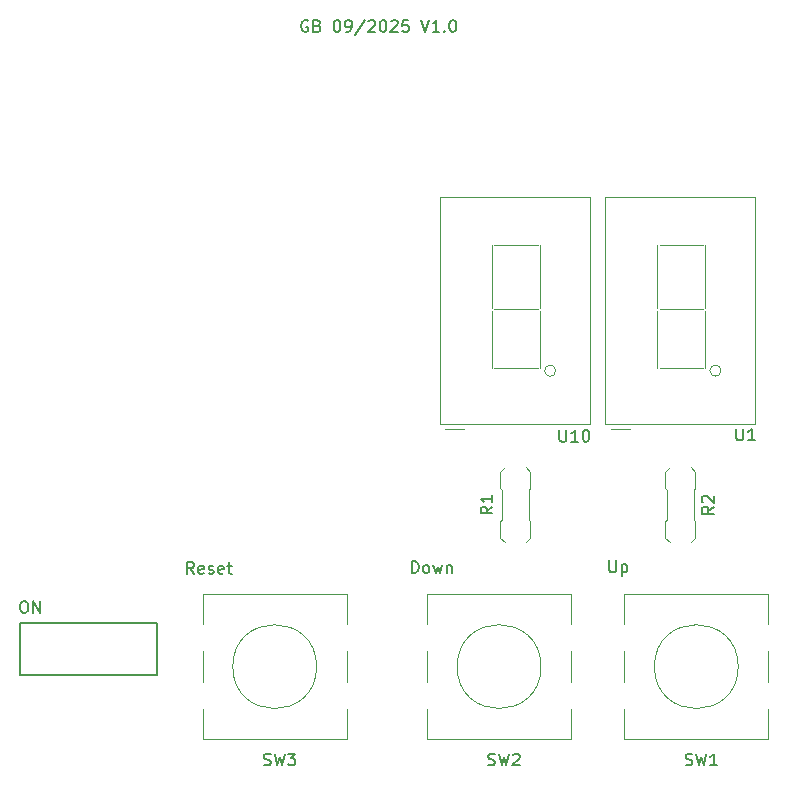
<source format=gbr>
%TF.GenerationSoftware,KiCad,Pcbnew,9.0.4*%
%TF.CreationDate,2025-11-18T21:20:37+01:00*%
%TF.ProjectId,Z_hler,5ae4686c-6572-42e6-9b69-6361645f7063,rev?*%
%TF.SameCoordinates,Original*%
%TF.FileFunction,Legend,Top*%
%TF.FilePolarity,Positive*%
%FSLAX46Y46*%
G04 Gerber Fmt 4.6, Leading zero omitted, Abs format (unit mm)*
G04 Created by KiCad (PCBNEW 9.0.4) date 2025-11-18 21:20:37*
%MOMM*%
%LPD*%
G01*
G04 APERTURE LIST*
%ADD10C,0.150000*%
%ADD11C,0.120000*%
%ADD12C,0.203200*%
G04 APERTURE END LIST*
D10*
X101086779Y-101509819D02*
X101086779Y-102319342D01*
X101086779Y-102319342D02*
X101134398Y-102414580D01*
X101134398Y-102414580D02*
X101182017Y-102462200D01*
X101182017Y-102462200D02*
X101277255Y-102509819D01*
X101277255Y-102509819D02*
X101467731Y-102509819D01*
X101467731Y-102509819D02*
X101562969Y-102462200D01*
X101562969Y-102462200D02*
X101610588Y-102414580D01*
X101610588Y-102414580D02*
X101658207Y-102319342D01*
X101658207Y-102319342D02*
X101658207Y-101509819D01*
X102134398Y-101843152D02*
X102134398Y-102843152D01*
X102134398Y-101890771D02*
X102229636Y-101843152D01*
X102229636Y-101843152D02*
X102420112Y-101843152D01*
X102420112Y-101843152D02*
X102515350Y-101890771D01*
X102515350Y-101890771D02*
X102562969Y-101938390D01*
X102562969Y-101938390D02*
X102610588Y-102033628D01*
X102610588Y-102033628D02*
X102610588Y-102319342D01*
X102610588Y-102319342D02*
X102562969Y-102414580D01*
X102562969Y-102414580D02*
X102515350Y-102462200D01*
X102515350Y-102462200D02*
X102420112Y-102509819D01*
X102420112Y-102509819D02*
X102229636Y-102509819D01*
X102229636Y-102509819D02*
X102134398Y-102462200D01*
X75549410Y-55807438D02*
X75454172Y-55759819D01*
X75454172Y-55759819D02*
X75311315Y-55759819D01*
X75311315Y-55759819D02*
X75168458Y-55807438D01*
X75168458Y-55807438D02*
X75073220Y-55902676D01*
X75073220Y-55902676D02*
X75025601Y-55997914D01*
X75025601Y-55997914D02*
X74977982Y-56188390D01*
X74977982Y-56188390D02*
X74977982Y-56331247D01*
X74977982Y-56331247D02*
X75025601Y-56521723D01*
X75025601Y-56521723D02*
X75073220Y-56616961D01*
X75073220Y-56616961D02*
X75168458Y-56712200D01*
X75168458Y-56712200D02*
X75311315Y-56759819D01*
X75311315Y-56759819D02*
X75406553Y-56759819D01*
X75406553Y-56759819D02*
X75549410Y-56712200D01*
X75549410Y-56712200D02*
X75597029Y-56664580D01*
X75597029Y-56664580D02*
X75597029Y-56331247D01*
X75597029Y-56331247D02*
X75406553Y-56331247D01*
X76358934Y-56236009D02*
X76501791Y-56283628D01*
X76501791Y-56283628D02*
X76549410Y-56331247D01*
X76549410Y-56331247D02*
X76597029Y-56426485D01*
X76597029Y-56426485D02*
X76597029Y-56569342D01*
X76597029Y-56569342D02*
X76549410Y-56664580D01*
X76549410Y-56664580D02*
X76501791Y-56712200D01*
X76501791Y-56712200D02*
X76406553Y-56759819D01*
X76406553Y-56759819D02*
X76025601Y-56759819D01*
X76025601Y-56759819D02*
X76025601Y-55759819D01*
X76025601Y-55759819D02*
X76358934Y-55759819D01*
X76358934Y-55759819D02*
X76454172Y-55807438D01*
X76454172Y-55807438D02*
X76501791Y-55855057D01*
X76501791Y-55855057D02*
X76549410Y-55950295D01*
X76549410Y-55950295D02*
X76549410Y-56045533D01*
X76549410Y-56045533D02*
X76501791Y-56140771D01*
X76501791Y-56140771D02*
X76454172Y-56188390D01*
X76454172Y-56188390D02*
X76358934Y-56236009D01*
X76358934Y-56236009D02*
X76025601Y-56236009D01*
X77977982Y-55759819D02*
X78073220Y-55759819D01*
X78073220Y-55759819D02*
X78168458Y-55807438D01*
X78168458Y-55807438D02*
X78216077Y-55855057D01*
X78216077Y-55855057D02*
X78263696Y-55950295D01*
X78263696Y-55950295D02*
X78311315Y-56140771D01*
X78311315Y-56140771D02*
X78311315Y-56378866D01*
X78311315Y-56378866D02*
X78263696Y-56569342D01*
X78263696Y-56569342D02*
X78216077Y-56664580D01*
X78216077Y-56664580D02*
X78168458Y-56712200D01*
X78168458Y-56712200D02*
X78073220Y-56759819D01*
X78073220Y-56759819D02*
X77977982Y-56759819D01*
X77977982Y-56759819D02*
X77882744Y-56712200D01*
X77882744Y-56712200D02*
X77835125Y-56664580D01*
X77835125Y-56664580D02*
X77787506Y-56569342D01*
X77787506Y-56569342D02*
X77739887Y-56378866D01*
X77739887Y-56378866D02*
X77739887Y-56140771D01*
X77739887Y-56140771D02*
X77787506Y-55950295D01*
X77787506Y-55950295D02*
X77835125Y-55855057D01*
X77835125Y-55855057D02*
X77882744Y-55807438D01*
X77882744Y-55807438D02*
X77977982Y-55759819D01*
X78787506Y-56759819D02*
X78977982Y-56759819D01*
X78977982Y-56759819D02*
X79073220Y-56712200D01*
X79073220Y-56712200D02*
X79120839Y-56664580D01*
X79120839Y-56664580D02*
X79216077Y-56521723D01*
X79216077Y-56521723D02*
X79263696Y-56331247D01*
X79263696Y-56331247D02*
X79263696Y-55950295D01*
X79263696Y-55950295D02*
X79216077Y-55855057D01*
X79216077Y-55855057D02*
X79168458Y-55807438D01*
X79168458Y-55807438D02*
X79073220Y-55759819D01*
X79073220Y-55759819D02*
X78882744Y-55759819D01*
X78882744Y-55759819D02*
X78787506Y-55807438D01*
X78787506Y-55807438D02*
X78739887Y-55855057D01*
X78739887Y-55855057D02*
X78692268Y-55950295D01*
X78692268Y-55950295D02*
X78692268Y-56188390D01*
X78692268Y-56188390D02*
X78739887Y-56283628D01*
X78739887Y-56283628D02*
X78787506Y-56331247D01*
X78787506Y-56331247D02*
X78882744Y-56378866D01*
X78882744Y-56378866D02*
X79073220Y-56378866D01*
X79073220Y-56378866D02*
X79168458Y-56331247D01*
X79168458Y-56331247D02*
X79216077Y-56283628D01*
X79216077Y-56283628D02*
X79263696Y-56188390D01*
X80406553Y-55712200D02*
X79549411Y-56997914D01*
X80692268Y-55855057D02*
X80739887Y-55807438D01*
X80739887Y-55807438D02*
X80835125Y-55759819D01*
X80835125Y-55759819D02*
X81073220Y-55759819D01*
X81073220Y-55759819D02*
X81168458Y-55807438D01*
X81168458Y-55807438D02*
X81216077Y-55855057D01*
X81216077Y-55855057D02*
X81263696Y-55950295D01*
X81263696Y-55950295D02*
X81263696Y-56045533D01*
X81263696Y-56045533D02*
X81216077Y-56188390D01*
X81216077Y-56188390D02*
X80644649Y-56759819D01*
X80644649Y-56759819D02*
X81263696Y-56759819D01*
X81882744Y-55759819D02*
X81977982Y-55759819D01*
X81977982Y-55759819D02*
X82073220Y-55807438D01*
X82073220Y-55807438D02*
X82120839Y-55855057D01*
X82120839Y-55855057D02*
X82168458Y-55950295D01*
X82168458Y-55950295D02*
X82216077Y-56140771D01*
X82216077Y-56140771D02*
X82216077Y-56378866D01*
X82216077Y-56378866D02*
X82168458Y-56569342D01*
X82168458Y-56569342D02*
X82120839Y-56664580D01*
X82120839Y-56664580D02*
X82073220Y-56712200D01*
X82073220Y-56712200D02*
X81977982Y-56759819D01*
X81977982Y-56759819D02*
X81882744Y-56759819D01*
X81882744Y-56759819D02*
X81787506Y-56712200D01*
X81787506Y-56712200D02*
X81739887Y-56664580D01*
X81739887Y-56664580D02*
X81692268Y-56569342D01*
X81692268Y-56569342D02*
X81644649Y-56378866D01*
X81644649Y-56378866D02*
X81644649Y-56140771D01*
X81644649Y-56140771D02*
X81692268Y-55950295D01*
X81692268Y-55950295D02*
X81739887Y-55855057D01*
X81739887Y-55855057D02*
X81787506Y-55807438D01*
X81787506Y-55807438D02*
X81882744Y-55759819D01*
X82597030Y-55855057D02*
X82644649Y-55807438D01*
X82644649Y-55807438D02*
X82739887Y-55759819D01*
X82739887Y-55759819D02*
X82977982Y-55759819D01*
X82977982Y-55759819D02*
X83073220Y-55807438D01*
X83073220Y-55807438D02*
X83120839Y-55855057D01*
X83120839Y-55855057D02*
X83168458Y-55950295D01*
X83168458Y-55950295D02*
X83168458Y-56045533D01*
X83168458Y-56045533D02*
X83120839Y-56188390D01*
X83120839Y-56188390D02*
X82549411Y-56759819D01*
X82549411Y-56759819D02*
X83168458Y-56759819D01*
X84073220Y-55759819D02*
X83597030Y-55759819D01*
X83597030Y-55759819D02*
X83549411Y-56236009D01*
X83549411Y-56236009D02*
X83597030Y-56188390D01*
X83597030Y-56188390D02*
X83692268Y-56140771D01*
X83692268Y-56140771D02*
X83930363Y-56140771D01*
X83930363Y-56140771D02*
X84025601Y-56188390D01*
X84025601Y-56188390D02*
X84073220Y-56236009D01*
X84073220Y-56236009D02*
X84120839Y-56331247D01*
X84120839Y-56331247D02*
X84120839Y-56569342D01*
X84120839Y-56569342D02*
X84073220Y-56664580D01*
X84073220Y-56664580D02*
X84025601Y-56712200D01*
X84025601Y-56712200D02*
X83930363Y-56759819D01*
X83930363Y-56759819D02*
X83692268Y-56759819D01*
X83692268Y-56759819D02*
X83597030Y-56712200D01*
X83597030Y-56712200D02*
X83549411Y-56664580D01*
X85168459Y-55759819D02*
X85501792Y-56759819D01*
X85501792Y-56759819D02*
X85835125Y-55759819D01*
X86692268Y-56759819D02*
X86120840Y-56759819D01*
X86406554Y-56759819D02*
X86406554Y-55759819D01*
X86406554Y-55759819D02*
X86311316Y-55902676D01*
X86311316Y-55902676D02*
X86216078Y-55997914D01*
X86216078Y-55997914D02*
X86120840Y-56045533D01*
X87120840Y-56664580D02*
X87168459Y-56712200D01*
X87168459Y-56712200D02*
X87120840Y-56759819D01*
X87120840Y-56759819D02*
X87073221Y-56712200D01*
X87073221Y-56712200D02*
X87120840Y-56664580D01*
X87120840Y-56664580D02*
X87120840Y-56759819D01*
X87787506Y-55759819D02*
X87882744Y-55759819D01*
X87882744Y-55759819D02*
X87977982Y-55807438D01*
X87977982Y-55807438D02*
X88025601Y-55855057D01*
X88025601Y-55855057D02*
X88073220Y-55950295D01*
X88073220Y-55950295D02*
X88120839Y-56140771D01*
X88120839Y-56140771D02*
X88120839Y-56378866D01*
X88120839Y-56378866D02*
X88073220Y-56569342D01*
X88073220Y-56569342D02*
X88025601Y-56664580D01*
X88025601Y-56664580D02*
X87977982Y-56712200D01*
X87977982Y-56712200D02*
X87882744Y-56759819D01*
X87882744Y-56759819D02*
X87787506Y-56759819D01*
X87787506Y-56759819D02*
X87692268Y-56712200D01*
X87692268Y-56712200D02*
X87644649Y-56664580D01*
X87644649Y-56664580D02*
X87597030Y-56569342D01*
X87597030Y-56569342D02*
X87549411Y-56378866D01*
X87549411Y-56378866D02*
X87549411Y-56140771D01*
X87549411Y-56140771D02*
X87597030Y-55950295D01*
X87597030Y-55950295D02*
X87644649Y-55855057D01*
X87644649Y-55855057D02*
X87692268Y-55807438D01*
X87692268Y-55807438D02*
X87787506Y-55759819D01*
X51447255Y-104949819D02*
X51637731Y-104949819D01*
X51637731Y-104949819D02*
X51732969Y-104997438D01*
X51732969Y-104997438D02*
X51828207Y-105092676D01*
X51828207Y-105092676D02*
X51875826Y-105283152D01*
X51875826Y-105283152D02*
X51875826Y-105616485D01*
X51875826Y-105616485D02*
X51828207Y-105806961D01*
X51828207Y-105806961D02*
X51732969Y-105902200D01*
X51732969Y-105902200D02*
X51637731Y-105949819D01*
X51637731Y-105949819D02*
X51447255Y-105949819D01*
X51447255Y-105949819D02*
X51352017Y-105902200D01*
X51352017Y-105902200D02*
X51256779Y-105806961D01*
X51256779Y-105806961D02*
X51209160Y-105616485D01*
X51209160Y-105616485D02*
X51209160Y-105283152D01*
X51209160Y-105283152D02*
X51256779Y-105092676D01*
X51256779Y-105092676D02*
X51352017Y-104997438D01*
X51352017Y-104997438D02*
X51447255Y-104949819D01*
X52304398Y-105949819D02*
X52304398Y-104949819D01*
X52304398Y-104949819D02*
X52875826Y-105949819D01*
X52875826Y-105949819D02*
X52875826Y-104949819D01*
X65918207Y-102639819D02*
X65584874Y-102163628D01*
X65346779Y-102639819D02*
X65346779Y-101639819D01*
X65346779Y-101639819D02*
X65727731Y-101639819D01*
X65727731Y-101639819D02*
X65822969Y-101687438D01*
X65822969Y-101687438D02*
X65870588Y-101735057D01*
X65870588Y-101735057D02*
X65918207Y-101830295D01*
X65918207Y-101830295D02*
X65918207Y-101973152D01*
X65918207Y-101973152D02*
X65870588Y-102068390D01*
X65870588Y-102068390D02*
X65822969Y-102116009D01*
X65822969Y-102116009D02*
X65727731Y-102163628D01*
X65727731Y-102163628D02*
X65346779Y-102163628D01*
X66727731Y-102592200D02*
X66632493Y-102639819D01*
X66632493Y-102639819D02*
X66442017Y-102639819D01*
X66442017Y-102639819D02*
X66346779Y-102592200D01*
X66346779Y-102592200D02*
X66299160Y-102496961D01*
X66299160Y-102496961D02*
X66299160Y-102116009D01*
X66299160Y-102116009D02*
X66346779Y-102020771D01*
X66346779Y-102020771D02*
X66442017Y-101973152D01*
X66442017Y-101973152D02*
X66632493Y-101973152D01*
X66632493Y-101973152D02*
X66727731Y-102020771D01*
X66727731Y-102020771D02*
X66775350Y-102116009D01*
X66775350Y-102116009D02*
X66775350Y-102211247D01*
X66775350Y-102211247D02*
X66299160Y-102306485D01*
X67156303Y-102592200D02*
X67251541Y-102639819D01*
X67251541Y-102639819D02*
X67442017Y-102639819D01*
X67442017Y-102639819D02*
X67537255Y-102592200D01*
X67537255Y-102592200D02*
X67584874Y-102496961D01*
X67584874Y-102496961D02*
X67584874Y-102449342D01*
X67584874Y-102449342D02*
X67537255Y-102354104D01*
X67537255Y-102354104D02*
X67442017Y-102306485D01*
X67442017Y-102306485D02*
X67299160Y-102306485D01*
X67299160Y-102306485D02*
X67203922Y-102258866D01*
X67203922Y-102258866D02*
X67156303Y-102163628D01*
X67156303Y-102163628D02*
X67156303Y-102116009D01*
X67156303Y-102116009D02*
X67203922Y-102020771D01*
X67203922Y-102020771D02*
X67299160Y-101973152D01*
X67299160Y-101973152D02*
X67442017Y-101973152D01*
X67442017Y-101973152D02*
X67537255Y-102020771D01*
X68394398Y-102592200D02*
X68299160Y-102639819D01*
X68299160Y-102639819D02*
X68108684Y-102639819D01*
X68108684Y-102639819D02*
X68013446Y-102592200D01*
X68013446Y-102592200D02*
X67965827Y-102496961D01*
X67965827Y-102496961D02*
X67965827Y-102116009D01*
X67965827Y-102116009D02*
X68013446Y-102020771D01*
X68013446Y-102020771D02*
X68108684Y-101973152D01*
X68108684Y-101973152D02*
X68299160Y-101973152D01*
X68299160Y-101973152D02*
X68394398Y-102020771D01*
X68394398Y-102020771D02*
X68442017Y-102116009D01*
X68442017Y-102116009D02*
X68442017Y-102211247D01*
X68442017Y-102211247D02*
X67965827Y-102306485D01*
X68727732Y-101973152D02*
X69108684Y-101973152D01*
X68870589Y-101639819D02*
X68870589Y-102496961D01*
X68870589Y-102496961D02*
X68918208Y-102592200D01*
X68918208Y-102592200D02*
X69013446Y-102639819D01*
X69013446Y-102639819D02*
X69108684Y-102639819D01*
X84366779Y-102559819D02*
X84366779Y-101559819D01*
X84366779Y-101559819D02*
X84604874Y-101559819D01*
X84604874Y-101559819D02*
X84747731Y-101607438D01*
X84747731Y-101607438D02*
X84842969Y-101702676D01*
X84842969Y-101702676D02*
X84890588Y-101797914D01*
X84890588Y-101797914D02*
X84938207Y-101988390D01*
X84938207Y-101988390D02*
X84938207Y-102131247D01*
X84938207Y-102131247D02*
X84890588Y-102321723D01*
X84890588Y-102321723D02*
X84842969Y-102416961D01*
X84842969Y-102416961D02*
X84747731Y-102512200D01*
X84747731Y-102512200D02*
X84604874Y-102559819D01*
X84604874Y-102559819D02*
X84366779Y-102559819D01*
X85509636Y-102559819D02*
X85414398Y-102512200D01*
X85414398Y-102512200D02*
X85366779Y-102464580D01*
X85366779Y-102464580D02*
X85319160Y-102369342D01*
X85319160Y-102369342D02*
X85319160Y-102083628D01*
X85319160Y-102083628D02*
X85366779Y-101988390D01*
X85366779Y-101988390D02*
X85414398Y-101940771D01*
X85414398Y-101940771D02*
X85509636Y-101893152D01*
X85509636Y-101893152D02*
X85652493Y-101893152D01*
X85652493Y-101893152D02*
X85747731Y-101940771D01*
X85747731Y-101940771D02*
X85795350Y-101988390D01*
X85795350Y-101988390D02*
X85842969Y-102083628D01*
X85842969Y-102083628D02*
X85842969Y-102369342D01*
X85842969Y-102369342D02*
X85795350Y-102464580D01*
X85795350Y-102464580D02*
X85747731Y-102512200D01*
X85747731Y-102512200D02*
X85652493Y-102559819D01*
X85652493Y-102559819D02*
X85509636Y-102559819D01*
X86176303Y-101893152D02*
X86366779Y-102559819D01*
X86366779Y-102559819D02*
X86557255Y-102083628D01*
X86557255Y-102083628D02*
X86747731Y-102559819D01*
X86747731Y-102559819D02*
X86938207Y-101893152D01*
X87319160Y-101893152D02*
X87319160Y-102559819D01*
X87319160Y-101988390D02*
X87366779Y-101940771D01*
X87366779Y-101940771D02*
X87462017Y-101893152D01*
X87462017Y-101893152D02*
X87604874Y-101893152D01*
X87604874Y-101893152D02*
X87700112Y-101940771D01*
X87700112Y-101940771D02*
X87747731Y-102036009D01*
X87747731Y-102036009D02*
X87747731Y-102559819D01*
X109924819Y-96976666D02*
X109448628Y-97309999D01*
X109924819Y-97548094D02*
X108924819Y-97548094D01*
X108924819Y-97548094D02*
X108924819Y-97167142D01*
X108924819Y-97167142D02*
X108972438Y-97071904D01*
X108972438Y-97071904D02*
X109020057Y-97024285D01*
X109020057Y-97024285D02*
X109115295Y-96976666D01*
X109115295Y-96976666D02*
X109258152Y-96976666D01*
X109258152Y-96976666D02*
X109353390Y-97024285D01*
X109353390Y-97024285D02*
X109401009Y-97071904D01*
X109401009Y-97071904D02*
X109448628Y-97167142D01*
X109448628Y-97167142D02*
X109448628Y-97548094D01*
X109020057Y-96595713D02*
X108972438Y-96548094D01*
X108972438Y-96548094D02*
X108924819Y-96452856D01*
X108924819Y-96452856D02*
X108924819Y-96214761D01*
X108924819Y-96214761D02*
X108972438Y-96119523D01*
X108972438Y-96119523D02*
X109020057Y-96071904D01*
X109020057Y-96071904D02*
X109115295Y-96024285D01*
X109115295Y-96024285D02*
X109210533Y-96024285D01*
X109210533Y-96024285D02*
X109353390Y-96071904D01*
X109353390Y-96071904D02*
X109924819Y-96643332D01*
X109924819Y-96643332D02*
X109924819Y-96024285D01*
X91184819Y-96956666D02*
X90708628Y-97289999D01*
X91184819Y-97528094D02*
X90184819Y-97528094D01*
X90184819Y-97528094D02*
X90184819Y-97147142D01*
X90184819Y-97147142D02*
X90232438Y-97051904D01*
X90232438Y-97051904D02*
X90280057Y-97004285D01*
X90280057Y-97004285D02*
X90375295Y-96956666D01*
X90375295Y-96956666D02*
X90518152Y-96956666D01*
X90518152Y-96956666D02*
X90613390Y-97004285D01*
X90613390Y-97004285D02*
X90661009Y-97051904D01*
X90661009Y-97051904D02*
X90708628Y-97147142D01*
X90708628Y-97147142D02*
X90708628Y-97528094D01*
X91184819Y-96004285D02*
X91184819Y-96575713D01*
X91184819Y-96289999D02*
X90184819Y-96289999D01*
X90184819Y-96289999D02*
X90327676Y-96385237D01*
X90327676Y-96385237D02*
X90422914Y-96480475D01*
X90422914Y-96480475D02*
X90470533Y-96575713D01*
X71836667Y-118817200D02*
X71979524Y-118864819D01*
X71979524Y-118864819D02*
X72217619Y-118864819D01*
X72217619Y-118864819D02*
X72312857Y-118817200D01*
X72312857Y-118817200D02*
X72360476Y-118769580D01*
X72360476Y-118769580D02*
X72408095Y-118674342D01*
X72408095Y-118674342D02*
X72408095Y-118579104D01*
X72408095Y-118579104D02*
X72360476Y-118483866D01*
X72360476Y-118483866D02*
X72312857Y-118436247D01*
X72312857Y-118436247D02*
X72217619Y-118388628D01*
X72217619Y-118388628D02*
X72027143Y-118341009D01*
X72027143Y-118341009D02*
X71931905Y-118293390D01*
X71931905Y-118293390D02*
X71884286Y-118245771D01*
X71884286Y-118245771D02*
X71836667Y-118150533D01*
X71836667Y-118150533D02*
X71836667Y-118055295D01*
X71836667Y-118055295D02*
X71884286Y-117960057D01*
X71884286Y-117960057D02*
X71931905Y-117912438D01*
X71931905Y-117912438D02*
X72027143Y-117864819D01*
X72027143Y-117864819D02*
X72265238Y-117864819D01*
X72265238Y-117864819D02*
X72408095Y-117912438D01*
X72741429Y-117864819D02*
X72979524Y-118864819D01*
X72979524Y-118864819D02*
X73170000Y-118150533D01*
X73170000Y-118150533D02*
X73360476Y-118864819D01*
X73360476Y-118864819D02*
X73598572Y-117864819D01*
X73884286Y-117864819D02*
X74503333Y-117864819D01*
X74503333Y-117864819D02*
X74170000Y-118245771D01*
X74170000Y-118245771D02*
X74312857Y-118245771D01*
X74312857Y-118245771D02*
X74408095Y-118293390D01*
X74408095Y-118293390D02*
X74455714Y-118341009D01*
X74455714Y-118341009D02*
X74503333Y-118436247D01*
X74503333Y-118436247D02*
X74503333Y-118674342D01*
X74503333Y-118674342D02*
X74455714Y-118769580D01*
X74455714Y-118769580D02*
X74408095Y-118817200D01*
X74408095Y-118817200D02*
X74312857Y-118864819D01*
X74312857Y-118864819D02*
X74027143Y-118864819D01*
X74027143Y-118864819D02*
X73931905Y-118817200D01*
X73931905Y-118817200D02*
X73884286Y-118769580D01*
X107536667Y-118817200D02*
X107679524Y-118864819D01*
X107679524Y-118864819D02*
X107917619Y-118864819D01*
X107917619Y-118864819D02*
X108012857Y-118817200D01*
X108012857Y-118817200D02*
X108060476Y-118769580D01*
X108060476Y-118769580D02*
X108108095Y-118674342D01*
X108108095Y-118674342D02*
X108108095Y-118579104D01*
X108108095Y-118579104D02*
X108060476Y-118483866D01*
X108060476Y-118483866D02*
X108012857Y-118436247D01*
X108012857Y-118436247D02*
X107917619Y-118388628D01*
X107917619Y-118388628D02*
X107727143Y-118341009D01*
X107727143Y-118341009D02*
X107631905Y-118293390D01*
X107631905Y-118293390D02*
X107584286Y-118245771D01*
X107584286Y-118245771D02*
X107536667Y-118150533D01*
X107536667Y-118150533D02*
X107536667Y-118055295D01*
X107536667Y-118055295D02*
X107584286Y-117960057D01*
X107584286Y-117960057D02*
X107631905Y-117912438D01*
X107631905Y-117912438D02*
X107727143Y-117864819D01*
X107727143Y-117864819D02*
X107965238Y-117864819D01*
X107965238Y-117864819D02*
X108108095Y-117912438D01*
X108441429Y-117864819D02*
X108679524Y-118864819D01*
X108679524Y-118864819D02*
X108870000Y-118150533D01*
X108870000Y-118150533D02*
X109060476Y-118864819D01*
X109060476Y-118864819D02*
X109298572Y-117864819D01*
X110203333Y-118864819D02*
X109631905Y-118864819D01*
X109917619Y-118864819D02*
X109917619Y-117864819D01*
X109917619Y-117864819D02*
X109822381Y-118007676D01*
X109822381Y-118007676D02*
X109727143Y-118102914D01*
X109727143Y-118102914D02*
X109631905Y-118150533D01*
X96861905Y-90454819D02*
X96861905Y-91264342D01*
X96861905Y-91264342D02*
X96909524Y-91359580D01*
X96909524Y-91359580D02*
X96957143Y-91407200D01*
X96957143Y-91407200D02*
X97052381Y-91454819D01*
X97052381Y-91454819D02*
X97242857Y-91454819D01*
X97242857Y-91454819D02*
X97338095Y-91407200D01*
X97338095Y-91407200D02*
X97385714Y-91359580D01*
X97385714Y-91359580D02*
X97433333Y-91264342D01*
X97433333Y-91264342D02*
X97433333Y-90454819D01*
X98433333Y-91454819D02*
X97861905Y-91454819D01*
X98147619Y-91454819D02*
X98147619Y-90454819D01*
X98147619Y-90454819D02*
X98052381Y-90597676D01*
X98052381Y-90597676D02*
X97957143Y-90692914D01*
X97957143Y-90692914D02*
X97861905Y-90740533D01*
X99052381Y-90454819D02*
X99147619Y-90454819D01*
X99147619Y-90454819D02*
X99242857Y-90502438D01*
X99242857Y-90502438D02*
X99290476Y-90550057D01*
X99290476Y-90550057D02*
X99338095Y-90645295D01*
X99338095Y-90645295D02*
X99385714Y-90835771D01*
X99385714Y-90835771D02*
X99385714Y-91073866D01*
X99385714Y-91073866D02*
X99338095Y-91264342D01*
X99338095Y-91264342D02*
X99290476Y-91359580D01*
X99290476Y-91359580D02*
X99242857Y-91407200D01*
X99242857Y-91407200D02*
X99147619Y-91454819D01*
X99147619Y-91454819D02*
X99052381Y-91454819D01*
X99052381Y-91454819D02*
X98957143Y-91407200D01*
X98957143Y-91407200D02*
X98909524Y-91359580D01*
X98909524Y-91359580D02*
X98861905Y-91264342D01*
X98861905Y-91264342D02*
X98814286Y-91073866D01*
X98814286Y-91073866D02*
X98814286Y-90835771D01*
X98814286Y-90835771D02*
X98861905Y-90645295D01*
X98861905Y-90645295D02*
X98909524Y-90550057D01*
X98909524Y-90550057D02*
X98957143Y-90502438D01*
X98957143Y-90502438D02*
X99052381Y-90454819D01*
X111838095Y-90354819D02*
X111838095Y-91164342D01*
X111838095Y-91164342D02*
X111885714Y-91259580D01*
X111885714Y-91259580D02*
X111933333Y-91307200D01*
X111933333Y-91307200D02*
X112028571Y-91354819D01*
X112028571Y-91354819D02*
X112219047Y-91354819D01*
X112219047Y-91354819D02*
X112314285Y-91307200D01*
X112314285Y-91307200D02*
X112361904Y-91259580D01*
X112361904Y-91259580D02*
X112409523Y-91164342D01*
X112409523Y-91164342D02*
X112409523Y-90354819D01*
X113409523Y-91354819D02*
X112838095Y-91354819D01*
X113123809Y-91354819D02*
X113123809Y-90354819D01*
X113123809Y-90354819D02*
X113028571Y-90497676D01*
X113028571Y-90497676D02*
X112933333Y-90592914D01*
X112933333Y-90592914D02*
X112838095Y-90640533D01*
X90836667Y-118817200D02*
X90979524Y-118864819D01*
X90979524Y-118864819D02*
X91217619Y-118864819D01*
X91217619Y-118864819D02*
X91312857Y-118817200D01*
X91312857Y-118817200D02*
X91360476Y-118769580D01*
X91360476Y-118769580D02*
X91408095Y-118674342D01*
X91408095Y-118674342D02*
X91408095Y-118579104D01*
X91408095Y-118579104D02*
X91360476Y-118483866D01*
X91360476Y-118483866D02*
X91312857Y-118436247D01*
X91312857Y-118436247D02*
X91217619Y-118388628D01*
X91217619Y-118388628D02*
X91027143Y-118341009D01*
X91027143Y-118341009D02*
X90931905Y-118293390D01*
X90931905Y-118293390D02*
X90884286Y-118245771D01*
X90884286Y-118245771D02*
X90836667Y-118150533D01*
X90836667Y-118150533D02*
X90836667Y-118055295D01*
X90836667Y-118055295D02*
X90884286Y-117960057D01*
X90884286Y-117960057D02*
X90931905Y-117912438D01*
X90931905Y-117912438D02*
X91027143Y-117864819D01*
X91027143Y-117864819D02*
X91265238Y-117864819D01*
X91265238Y-117864819D02*
X91408095Y-117912438D01*
X91741429Y-117864819D02*
X91979524Y-118864819D01*
X91979524Y-118864819D02*
X92170000Y-118150533D01*
X92170000Y-118150533D02*
X92360476Y-118864819D01*
X92360476Y-118864819D02*
X92598572Y-117864819D01*
X92931905Y-117960057D02*
X92979524Y-117912438D01*
X92979524Y-117912438D02*
X93074762Y-117864819D01*
X93074762Y-117864819D02*
X93312857Y-117864819D01*
X93312857Y-117864819D02*
X93408095Y-117912438D01*
X93408095Y-117912438D02*
X93455714Y-117960057D01*
X93455714Y-117960057D02*
X93503333Y-118055295D01*
X93503333Y-118055295D02*
X93503333Y-118150533D01*
X93503333Y-118150533D02*
X93455714Y-118293390D01*
X93455714Y-118293390D02*
X92884286Y-118864819D01*
X92884286Y-118864819D02*
X93503333Y-118864819D01*
D11*
%TO.C,R2*%
X105830000Y-94016000D02*
X105830000Y-95413000D01*
X105830000Y-95413000D02*
X105957000Y-95540000D01*
X105830000Y-98207000D02*
X105957000Y-98080000D01*
X105830000Y-99604000D02*
X105830000Y-98207000D01*
X105957000Y-95540000D02*
X105957000Y-96810000D01*
X105957000Y-98080000D02*
X105957000Y-96810000D01*
X106211000Y-93635000D02*
X105830000Y-94016000D01*
X106211000Y-99985000D02*
X105830000Y-99604000D01*
X107989000Y-93635000D02*
X108370000Y-94016000D01*
X107989000Y-99985000D02*
X108370000Y-99604000D01*
X108243000Y-95540000D02*
X108243000Y-96810000D01*
X108243000Y-98080000D02*
X108243000Y-96810000D01*
X108370000Y-94016000D02*
X108370000Y-95413000D01*
X108370000Y-95413000D02*
X108243000Y-95540000D01*
X108370000Y-98207000D02*
X108243000Y-98080000D01*
X108370000Y-99604000D02*
X108370000Y-98207000D01*
%TO.C,R1*%
X91830000Y-93996000D02*
X91830000Y-95393000D01*
X91830000Y-95393000D02*
X91957000Y-95520000D01*
X91830000Y-98187000D02*
X91957000Y-98060000D01*
X91830000Y-99584000D02*
X91830000Y-98187000D01*
X91957000Y-95520000D02*
X91957000Y-96790000D01*
X91957000Y-98060000D02*
X91957000Y-96790000D01*
X92211000Y-93615000D02*
X91830000Y-93996000D01*
X92211000Y-99965000D02*
X91830000Y-99584000D01*
X93989000Y-93615000D02*
X94370000Y-93996000D01*
X93989000Y-99965000D02*
X94370000Y-99584000D01*
X94243000Y-95520000D02*
X94243000Y-96790000D01*
X94243000Y-98060000D02*
X94243000Y-96790000D01*
X94370000Y-93996000D02*
X94370000Y-95393000D01*
X94370000Y-95393000D02*
X94243000Y-95520000D01*
X94370000Y-98187000D02*
X94243000Y-98060000D01*
X94370000Y-99584000D02*
X94370000Y-98187000D01*
D12*
%TO.C,SW4*%
X51185000Y-106825000D02*
X51185000Y-111175000D01*
X51185000Y-111175000D02*
X62815000Y-111175000D01*
X62815000Y-106825000D02*
X51185000Y-106825000D01*
X62815000Y-111175000D02*
X62815000Y-106825000D01*
D11*
%TO.C,SW3*%
X66640000Y-104390000D02*
X78860000Y-104390000D01*
X66640000Y-106900000D02*
X66640000Y-104390000D01*
X66640000Y-111800000D02*
X66640000Y-109200000D01*
X66640000Y-116610000D02*
X66640000Y-114100000D01*
X78860000Y-106900000D02*
X78860000Y-104390000D01*
X78860000Y-111800000D02*
X78860000Y-109200000D01*
X78860000Y-116610000D02*
X66640000Y-116610000D01*
X78860000Y-116610000D02*
X78860000Y-114100000D01*
X76300000Y-110500000D02*
G75*
G02*
X69200000Y-110500000I-3550000J0D01*
G01*
X69200000Y-110500000D02*
G75*
G02*
X76300000Y-110500000I3550000J0D01*
G01*
%TO.C,SW1*%
X102340000Y-104390000D02*
X114560000Y-104390000D01*
X102340000Y-106900000D02*
X102340000Y-104390000D01*
X102340000Y-111800000D02*
X102340000Y-109200000D01*
X102340000Y-116610000D02*
X102340000Y-114100000D01*
X114560000Y-106900000D02*
X114560000Y-104390000D01*
X114560000Y-111800000D02*
X114560000Y-109200000D01*
X114560000Y-116610000D02*
X102340000Y-116610000D01*
X114560000Y-116610000D02*
X114560000Y-114100000D01*
X112000000Y-110500000D02*
G75*
G02*
X104900000Y-110500000I-3550000J0D01*
G01*
X104900000Y-110500000D02*
G75*
G02*
X112000000Y-110500000I3550000J0D01*
G01*
%TO.C,U10*%
X86720000Y-70770000D02*
X86720000Y-89990000D01*
X86720000Y-70770000D02*
X99440000Y-70770000D01*
X86720000Y-89990000D02*
X99440000Y-89990000D01*
X87200000Y-90340000D02*
X88810000Y-90340000D01*
X91159400Y-74816800D02*
X91159400Y-80176200D01*
X91159400Y-80354000D02*
X91159400Y-85256200D01*
X91337200Y-74791400D02*
X95020200Y-74791400D01*
X91337200Y-80252400D02*
X95020200Y-80252400D01*
X91337200Y-85256200D02*
X95020200Y-85256200D01*
X95198000Y-74816800D02*
X95198000Y-80176200D01*
X95198000Y-80354000D02*
X95198000Y-85256200D01*
X99440000Y-70770000D02*
X99440000Y-89990000D01*
X96542467Y-85442467D02*
G75*
G02*
X95597533Y-85442467I-472467J0D01*
G01*
X95597533Y-85442467D02*
G75*
G02*
X96542467Y-85442467I472467J0D01*
G01*
%TO.C,U1*%
X100720000Y-70770000D02*
X100720000Y-89990000D01*
X100720000Y-70770000D02*
X113440000Y-70770000D01*
X100720000Y-89990000D02*
X113440000Y-89990000D01*
X101200000Y-90340000D02*
X102810000Y-90340000D01*
X105159400Y-74816800D02*
X105159400Y-80176200D01*
X105159400Y-80354000D02*
X105159400Y-85256200D01*
X105337200Y-74791400D02*
X109020200Y-74791400D01*
X105337200Y-80252400D02*
X109020200Y-80252400D01*
X105337200Y-85256200D02*
X109020200Y-85256200D01*
X109198000Y-74816800D02*
X109198000Y-80176200D01*
X109198000Y-80354000D02*
X109198000Y-85256200D01*
X113440000Y-70770000D02*
X113440000Y-89990000D01*
X110542467Y-85442467D02*
G75*
G02*
X109597533Y-85442467I-472467J0D01*
G01*
X109597533Y-85442467D02*
G75*
G02*
X110542467Y-85442467I472467J0D01*
G01*
%TO.C,SW2*%
X85640000Y-104390000D02*
X97860000Y-104390000D01*
X85640000Y-106900000D02*
X85640000Y-104390000D01*
X85640000Y-111800000D02*
X85640000Y-109200000D01*
X85640000Y-116610000D02*
X85640000Y-114100000D01*
X97860000Y-106900000D02*
X97860000Y-104390000D01*
X97860000Y-111800000D02*
X97860000Y-109200000D01*
X97860000Y-116610000D02*
X85640000Y-116610000D01*
X97860000Y-116610000D02*
X97860000Y-114100000D01*
X95300000Y-110500000D02*
G75*
G02*
X88200000Y-110500000I-3550000J0D01*
G01*
X88200000Y-110500000D02*
G75*
G02*
X95300000Y-110500000I3550000J0D01*
G01*
%TD*%
M02*

</source>
